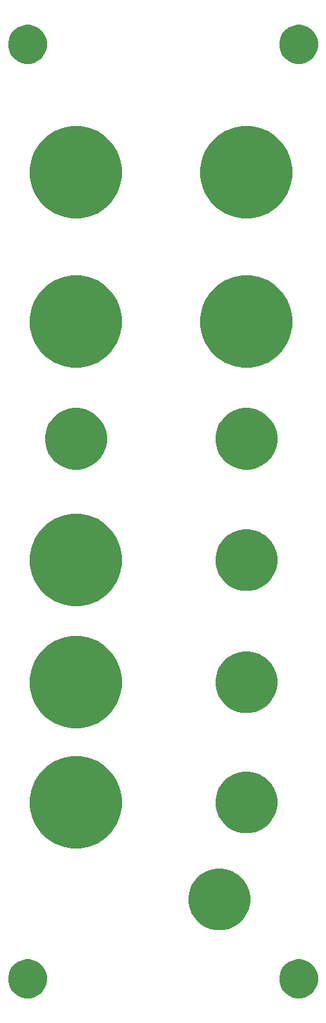
<source format=gbr>
G04 #@! TF.GenerationSoftware,KiCad,Pcbnew,(5.1.4-0-10_14)*
G04 #@! TF.CreationDate,2019-10-08T20:58:50-07:00*
G04 #@! TF.ProjectId,VCF_Front_Panel,5643465f-4672-46f6-9e74-5f50616e656c,rev?*
G04 #@! TF.SameCoordinates,Original*
G04 #@! TF.FileFunction,Soldermask,Top*
G04 #@! TF.FilePolarity,Negative*
%FSLAX46Y46*%
G04 Gerber Fmt 4.6, Leading zero omitted, Abs format (unit mm)*
G04 Created by KiCad (PCBNEW (5.1.4-0-10_14)) date 2019-10-08 20:58:50*
%MOMM*%
%LPD*%
G04 APERTURE LIST*
%ADD10C,0.100000*%
G04 APERTURE END LIST*
D10*
G36*
X102598098Y-162901033D02*
G01*
X103062350Y-163093332D01*
X103062352Y-163093333D01*
X103480168Y-163372509D01*
X103835491Y-163727832D01*
X104114667Y-164145648D01*
X104114668Y-164145650D01*
X104306967Y-164609902D01*
X104405000Y-165102747D01*
X104405000Y-165605253D01*
X104306967Y-166098098D01*
X104114668Y-166562350D01*
X104114667Y-166562352D01*
X103835491Y-166980168D01*
X103480168Y-167335491D01*
X103062352Y-167614667D01*
X103062351Y-167614668D01*
X103062350Y-167614668D01*
X102598098Y-167806967D01*
X102105253Y-167905000D01*
X101602747Y-167905000D01*
X101109902Y-167806967D01*
X100645650Y-167614668D01*
X100645649Y-167614668D01*
X100645648Y-167614667D01*
X100227832Y-167335491D01*
X99872509Y-166980168D01*
X99593333Y-166562352D01*
X99593332Y-166562350D01*
X99401033Y-166098098D01*
X99303000Y-165605253D01*
X99303000Y-165102747D01*
X99401033Y-164609902D01*
X99593332Y-164145650D01*
X99593333Y-164145648D01*
X99872509Y-163727832D01*
X100227832Y-163372509D01*
X100645648Y-163093333D01*
X100645650Y-163093332D01*
X101109902Y-162901033D01*
X101602747Y-162803000D01*
X102105253Y-162803000D01*
X102598098Y-162901033D01*
X102598098Y-162901033D01*
G37*
G36*
X67038098Y-162901033D02*
G01*
X67502350Y-163093332D01*
X67502352Y-163093333D01*
X67920168Y-163372509D01*
X68275491Y-163727832D01*
X68554667Y-164145648D01*
X68554668Y-164145650D01*
X68746967Y-164609902D01*
X68845000Y-165102747D01*
X68845000Y-165605253D01*
X68746967Y-166098098D01*
X68554668Y-166562350D01*
X68554667Y-166562352D01*
X68275491Y-166980168D01*
X67920168Y-167335491D01*
X67502352Y-167614667D01*
X67502351Y-167614668D01*
X67502350Y-167614668D01*
X67038098Y-167806967D01*
X66545253Y-167905000D01*
X66042747Y-167905000D01*
X65549902Y-167806967D01*
X65085650Y-167614668D01*
X65085649Y-167614668D01*
X65085648Y-167614667D01*
X64667832Y-167335491D01*
X64312509Y-166980168D01*
X64033333Y-166562352D01*
X64033332Y-166562350D01*
X63841033Y-166098098D01*
X63743000Y-165605253D01*
X63743000Y-165102747D01*
X63841033Y-164609902D01*
X64033332Y-164145650D01*
X64033333Y-164145648D01*
X64312509Y-163727832D01*
X64667832Y-163372509D01*
X65085648Y-163093333D01*
X65085650Y-163093332D01*
X65549902Y-162901033D01*
X66042747Y-162803000D01*
X66545253Y-162803000D01*
X67038098Y-162901033D01*
X67038098Y-162901033D01*
G37*
G36*
X92621632Y-151044678D02*
G01*
X93358866Y-151350050D01*
X93358868Y-151350051D01*
X93525867Y-151461637D01*
X94022361Y-151793383D01*
X94586617Y-152357639D01*
X95029950Y-153021134D01*
X95335322Y-153758368D01*
X95490999Y-154541010D01*
X95490999Y-155338990D01*
X95335322Y-156121632D01*
X95029950Y-156858866D01*
X94586617Y-157522361D01*
X94022361Y-158086617D01*
X93525867Y-158418363D01*
X93358868Y-158529949D01*
X93358867Y-158529950D01*
X93358866Y-158529950D01*
X92621632Y-158835322D01*
X91838990Y-158990999D01*
X91041010Y-158990999D01*
X90258368Y-158835322D01*
X89521134Y-158529950D01*
X89521133Y-158529950D01*
X89521132Y-158529949D01*
X89354133Y-158418364D01*
X88857639Y-158086617D01*
X88293383Y-157522361D01*
X87850050Y-156858866D01*
X87544678Y-156121632D01*
X87389001Y-155338990D01*
X87389001Y-154541010D01*
X87544678Y-153758368D01*
X87850050Y-153021134D01*
X88293383Y-152357639D01*
X88857639Y-151793383D01*
X89354133Y-151461636D01*
X89521132Y-151350051D01*
X89521134Y-151350050D01*
X90258368Y-151044678D01*
X91041010Y-150889001D01*
X91838990Y-150889001D01*
X92621632Y-151044678D01*
X92621632Y-151044678D01*
G37*
G36*
X74409010Y-136421537D02*
G01*
X74865147Y-136610476D01*
X75510223Y-136877674D01*
X76501287Y-137539882D01*
X77344118Y-138382713D01*
X78006326Y-139373777D01*
X78123905Y-139657639D01*
X78462463Y-140474990D01*
X78694999Y-141644027D01*
X78694999Y-142835973D01*
X78462463Y-144005010D01*
X78273524Y-144461147D01*
X78006326Y-145106223D01*
X77344118Y-146097287D01*
X76501287Y-146940118D01*
X75510223Y-147602326D01*
X74865147Y-147869524D01*
X74409010Y-148058463D01*
X73239973Y-148290999D01*
X72048027Y-148290999D01*
X70878990Y-148058463D01*
X70422853Y-147869524D01*
X69777777Y-147602326D01*
X68786713Y-146940118D01*
X67943882Y-146097287D01*
X67281674Y-145106223D01*
X67014476Y-144461147D01*
X66825537Y-144005010D01*
X66593001Y-142835973D01*
X66593001Y-141644027D01*
X66825537Y-140474990D01*
X67164095Y-139657639D01*
X67281674Y-139373777D01*
X67943882Y-138382713D01*
X68786713Y-137539882D01*
X69777777Y-136877674D01*
X70422853Y-136610476D01*
X70878990Y-136421537D01*
X72048027Y-136189001D01*
X73239973Y-136189001D01*
X74409010Y-136421537D01*
X74409010Y-136421537D01*
G37*
G36*
X96177632Y-138344678D02*
G01*
X96914866Y-138650050D01*
X96914868Y-138650051D01*
X97081867Y-138761636D01*
X97578361Y-139093383D01*
X98142617Y-139657639D01*
X98585950Y-140321134D01*
X98891322Y-141058368D01*
X99046999Y-141841010D01*
X99046999Y-142638990D01*
X98891322Y-143421632D01*
X98585950Y-144158866D01*
X98142617Y-144822361D01*
X97578361Y-145386617D01*
X97081867Y-145718363D01*
X96914868Y-145829949D01*
X96914867Y-145829950D01*
X96914866Y-145829950D01*
X96177632Y-146135322D01*
X95394990Y-146290999D01*
X94597010Y-146290999D01*
X93814368Y-146135322D01*
X93077134Y-145829950D01*
X93077133Y-145829950D01*
X93077132Y-145829949D01*
X92910133Y-145718363D01*
X92413639Y-145386617D01*
X91849383Y-144822361D01*
X91406050Y-144158866D01*
X91100678Y-143421632D01*
X90945001Y-142638990D01*
X90945001Y-141841010D01*
X91100678Y-141058368D01*
X91406050Y-140321134D01*
X91849383Y-139657639D01*
X92413639Y-139093383D01*
X92910133Y-138761637D01*
X93077132Y-138650051D01*
X93077134Y-138650050D01*
X93814368Y-138344678D01*
X94597010Y-138189001D01*
X95394990Y-138189001D01*
X96177632Y-138344678D01*
X96177632Y-138344678D01*
G37*
G36*
X74409010Y-120673537D02*
G01*
X74865147Y-120862476D01*
X75510223Y-121129674D01*
X76501287Y-121791882D01*
X77344118Y-122634713D01*
X78006326Y-123625777D01*
X78123905Y-123909639D01*
X78462463Y-124726990D01*
X78694999Y-125896027D01*
X78694999Y-127087973D01*
X78462463Y-128257010D01*
X78273524Y-128713147D01*
X78006326Y-129358223D01*
X77344118Y-130349287D01*
X76501287Y-131192118D01*
X75510223Y-131854326D01*
X74865147Y-132121524D01*
X74409010Y-132310463D01*
X73239973Y-132542999D01*
X72048027Y-132542999D01*
X70878990Y-132310463D01*
X70422853Y-132121524D01*
X69777777Y-131854326D01*
X68786713Y-131192118D01*
X67943882Y-130349287D01*
X67281674Y-129358223D01*
X67014476Y-128713147D01*
X66825537Y-128257010D01*
X66593001Y-127087973D01*
X66593001Y-125896027D01*
X66825537Y-124726990D01*
X67164095Y-123909639D01*
X67281674Y-123625777D01*
X67943882Y-122634713D01*
X68786713Y-121791882D01*
X69777777Y-121129674D01*
X70422853Y-120862476D01*
X70878990Y-120673537D01*
X72048027Y-120441001D01*
X73239973Y-120441001D01*
X74409010Y-120673537D01*
X74409010Y-120673537D01*
G37*
G36*
X96177632Y-122596678D02*
G01*
X96914866Y-122902050D01*
X96914868Y-122902051D01*
X97081867Y-123013637D01*
X97578361Y-123345383D01*
X98142617Y-123909639D01*
X98585950Y-124573134D01*
X98891322Y-125310368D01*
X99046999Y-126093010D01*
X99046999Y-126890990D01*
X98891322Y-127673632D01*
X98585950Y-128410866D01*
X98142617Y-129074361D01*
X97578361Y-129638617D01*
X97081867Y-129970364D01*
X96914868Y-130081949D01*
X96914867Y-130081950D01*
X96914866Y-130081950D01*
X96177632Y-130387322D01*
X95394990Y-130542999D01*
X94597010Y-130542999D01*
X93814368Y-130387322D01*
X93077134Y-130081950D01*
X93077133Y-130081950D01*
X93077132Y-130081949D01*
X92910133Y-129970364D01*
X92413639Y-129638617D01*
X91849383Y-129074361D01*
X91406050Y-128410866D01*
X91100678Y-127673632D01*
X90945001Y-126890990D01*
X90945001Y-126093010D01*
X91100678Y-125310368D01*
X91406050Y-124573134D01*
X91849383Y-123909639D01*
X92413639Y-123345383D01*
X92910133Y-123013637D01*
X93077132Y-122902051D01*
X93077134Y-122902050D01*
X93814368Y-122596678D01*
X94597010Y-122441001D01*
X95394990Y-122441001D01*
X96177632Y-122596678D01*
X96177632Y-122596678D01*
G37*
G36*
X74409010Y-104671537D02*
G01*
X74865147Y-104860476D01*
X75510223Y-105127674D01*
X76501287Y-105789882D01*
X77344118Y-106632713D01*
X78006326Y-107623777D01*
X78123905Y-107907639D01*
X78462463Y-108724990D01*
X78694999Y-109894027D01*
X78694999Y-111085973D01*
X78462463Y-112255010D01*
X78273524Y-112711147D01*
X78006326Y-113356223D01*
X77344118Y-114347287D01*
X76501287Y-115190118D01*
X75510223Y-115852326D01*
X74865147Y-116119524D01*
X74409010Y-116308463D01*
X73239973Y-116540999D01*
X72048027Y-116540999D01*
X70878990Y-116308463D01*
X70422853Y-116119524D01*
X69777777Y-115852326D01*
X68786713Y-115190118D01*
X67943882Y-114347287D01*
X67281674Y-113356223D01*
X67014476Y-112711147D01*
X66825537Y-112255010D01*
X66593001Y-111085973D01*
X66593001Y-109894027D01*
X66825537Y-108724990D01*
X67164095Y-107907639D01*
X67281674Y-107623777D01*
X67943882Y-106632713D01*
X68786713Y-105789882D01*
X69777777Y-105127674D01*
X70422853Y-104860476D01*
X70878990Y-104671537D01*
X72048027Y-104439001D01*
X73239973Y-104439001D01*
X74409010Y-104671537D01*
X74409010Y-104671537D01*
G37*
G36*
X96177632Y-106594678D02*
G01*
X96914866Y-106900050D01*
X96914868Y-106900051D01*
X97081867Y-107011637D01*
X97578361Y-107343383D01*
X98142617Y-107907639D01*
X98585950Y-108571134D01*
X98891322Y-109308368D01*
X99046999Y-110091010D01*
X99046999Y-110888990D01*
X98891322Y-111671632D01*
X98585950Y-112408866D01*
X98142617Y-113072361D01*
X97578361Y-113636617D01*
X97081867Y-113968363D01*
X96914868Y-114079949D01*
X96914867Y-114079950D01*
X96914866Y-114079950D01*
X96177632Y-114385322D01*
X95394990Y-114540999D01*
X94597010Y-114540999D01*
X93814368Y-114385322D01*
X93077134Y-114079950D01*
X93077133Y-114079950D01*
X93077132Y-114079949D01*
X92910133Y-113968363D01*
X92413639Y-113636617D01*
X91849383Y-113072361D01*
X91406050Y-112408866D01*
X91100678Y-111671632D01*
X90945001Y-110888990D01*
X90945001Y-110091010D01*
X91100678Y-109308368D01*
X91406050Y-108571134D01*
X91849383Y-107907639D01*
X92413639Y-107343383D01*
X92910133Y-107011637D01*
X93077132Y-106900051D01*
X93077134Y-106900050D01*
X93814368Y-106594678D01*
X94597010Y-106439001D01*
X95394990Y-106439001D01*
X96177632Y-106594678D01*
X96177632Y-106594678D01*
G37*
G36*
X96177632Y-90719678D02*
G01*
X96914866Y-91025050D01*
X96914868Y-91025051D01*
X97081867Y-91136636D01*
X97578361Y-91468383D01*
X98142617Y-92032639D01*
X98585950Y-92696134D01*
X98891322Y-93433368D01*
X99046999Y-94216010D01*
X99046999Y-95013990D01*
X98891322Y-95796632D01*
X98585950Y-96533866D01*
X98142617Y-97197361D01*
X97578361Y-97761617D01*
X97081867Y-98093363D01*
X96914868Y-98204949D01*
X96914867Y-98204950D01*
X96914866Y-98204950D01*
X96177632Y-98510322D01*
X95394990Y-98665999D01*
X94597010Y-98665999D01*
X93814368Y-98510322D01*
X93077134Y-98204950D01*
X93077133Y-98204950D01*
X93077132Y-98204949D01*
X92910133Y-98093363D01*
X92413639Y-97761617D01*
X91849383Y-97197361D01*
X91406050Y-96533866D01*
X91100678Y-95796632D01*
X90945001Y-95013990D01*
X90945001Y-94216010D01*
X91100678Y-93433368D01*
X91406050Y-92696134D01*
X91849383Y-92032639D01*
X92413639Y-91468383D01*
X92910133Y-91136636D01*
X93077132Y-91025051D01*
X93077134Y-91025050D01*
X93814368Y-90719678D01*
X94597010Y-90564001D01*
X95394990Y-90564001D01*
X96177632Y-90719678D01*
X96177632Y-90719678D01*
G37*
G36*
X73825632Y-90719678D02*
G01*
X74562866Y-91025050D01*
X74562868Y-91025051D01*
X74729867Y-91136636D01*
X75226361Y-91468383D01*
X75790617Y-92032639D01*
X76233950Y-92696134D01*
X76539322Y-93433368D01*
X76694999Y-94216010D01*
X76694999Y-95013990D01*
X76539322Y-95796632D01*
X76233950Y-96533866D01*
X75790617Y-97197361D01*
X75226361Y-97761617D01*
X74729867Y-98093363D01*
X74562868Y-98204949D01*
X74562867Y-98204950D01*
X74562866Y-98204950D01*
X73825632Y-98510322D01*
X73042990Y-98665999D01*
X72245010Y-98665999D01*
X71462368Y-98510322D01*
X70725134Y-98204950D01*
X70725133Y-98204950D01*
X70725132Y-98204949D01*
X70558133Y-98093363D01*
X70061639Y-97761617D01*
X69497383Y-97197361D01*
X69054050Y-96533866D01*
X68748678Y-95796632D01*
X68593001Y-95013990D01*
X68593001Y-94216010D01*
X68748678Y-93433368D01*
X69054050Y-92696134D01*
X69497383Y-92032639D01*
X70061639Y-91468383D01*
X70558133Y-91136636D01*
X70725132Y-91025051D01*
X70725134Y-91025050D01*
X71462368Y-90719678D01*
X72245010Y-90564001D01*
X73042990Y-90564001D01*
X73825632Y-90719678D01*
X73825632Y-90719678D01*
G37*
G36*
X96761010Y-73429537D02*
G01*
X97217147Y-73618476D01*
X97862223Y-73885674D01*
X98853287Y-74547882D01*
X99696118Y-75390713D01*
X100358326Y-76381777D01*
X100625524Y-77026853D01*
X100814463Y-77482990D01*
X101046999Y-78652027D01*
X101046999Y-79843973D01*
X100814463Y-81013010D01*
X100625524Y-81469147D01*
X100358326Y-82114223D01*
X99696118Y-83105287D01*
X98853287Y-83948118D01*
X97862223Y-84610326D01*
X97217147Y-84877524D01*
X96761010Y-85066463D01*
X95591973Y-85298999D01*
X94400027Y-85298999D01*
X93230990Y-85066463D01*
X92774853Y-84877524D01*
X92129777Y-84610326D01*
X91138713Y-83948118D01*
X90295882Y-83105287D01*
X89633674Y-82114223D01*
X89366476Y-81469147D01*
X89177537Y-81013010D01*
X88945001Y-79843973D01*
X88945001Y-78652027D01*
X89177537Y-77482990D01*
X89366476Y-77026853D01*
X89633674Y-76381777D01*
X90295882Y-75390713D01*
X91138713Y-74547882D01*
X92129777Y-73885674D01*
X92774853Y-73618476D01*
X93230990Y-73429537D01*
X94400027Y-73197001D01*
X95591973Y-73197001D01*
X96761010Y-73429537D01*
X96761010Y-73429537D01*
G37*
G36*
X74409010Y-73429537D02*
G01*
X74865147Y-73618476D01*
X75510223Y-73885674D01*
X76501287Y-74547882D01*
X77344118Y-75390713D01*
X78006326Y-76381777D01*
X78273524Y-77026853D01*
X78462463Y-77482990D01*
X78694999Y-78652027D01*
X78694999Y-79843973D01*
X78462463Y-81013010D01*
X78273524Y-81469147D01*
X78006326Y-82114223D01*
X77344118Y-83105287D01*
X76501287Y-83948118D01*
X75510223Y-84610326D01*
X74865147Y-84877524D01*
X74409010Y-85066463D01*
X73239973Y-85298999D01*
X72048027Y-85298999D01*
X70878990Y-85066463D01*
X70422853Y-84877524D01*
X69777777Y-84610326D01*
X68786713Y-83948118D01*
X67943882Y-83105287D01*
X67281674Y-82114223D01*
X67014476Y-81469147D01*
X66825537Y-81013010D01*
X66593001Y-79843973D01*
X66593001Y-78652027D01*
X66825537Y-77482990D01*
X67014476Y-77026853D01*
X67281674Y-76381777D01*
X67943882Y-75390713D01*
X68786713Y-74547882D01*
X69777777Y-73885674D01*
X70422853Y-73618476D01*
X70878990Y-73429537D01*
X72048027Y-73197001D01*
X73239973Y-73197001D01*
X74409010Y-73429537D01*
X74409010Y-73429537D01*
G37*
G36*
X96761010Y-53871537D02*
G01*
X97217147Y-54060476D01*
X97862223Y-54327674D01*
X98853287Y-54989882D01*
X99696118Y-55832713D01*
X100358326Y-56823777D01*
X100625524Y-57468853D01*
X100814463Y-57924990D01*
X101046999Y-59094027D01*
X101046999Y-60285973D01*
X100814463Y-61455010D01*
X100625524Y-61911147D01*
X100358326Y-62556223D01*
X99696118Y-63547287D01*
X98853287Y-64390118D01*
X97862223Y-65052326D01*
X97217147Y-65319524D01*
X96761010Y-65508463D01*
X95591973Y-65740999D01*
X94400027Y-65740999D01*
X93230990Y-65508463D01*
X92774853Y-65319524D01*
X92129777Y-65052326D01*
X91138713Y-64390118D01*
X90295882Y-63547287D01*
X89633674Y-62556223D01*
X89366476Y-61911147D01*
X89177537Y-61455010D01*
X88945001Y-60285973D01*
X88945001Y-59094027D01*
X89177537Y-57924990D01*
X89366476Y-57468853D01*
X89633674Y-56823777D01*
X90295882Y-55832713D01*
X91138713Y-54989882D01*
X92129777Y-54327674D01*
X92774853Y-54060476D01*
X93230990Y-53871537D01*
X94400027Y-53639001D01*
X95591973Y-53639001D01*
X96761010Y-53871537D01*
X96761010Y-53871537D01*
G37*
G36*
X74409010Y-53871537D02*
G01*
X74865147Y-54060476D01*
X75510223Y-54327674D01*
X76501287Y-54989882D01*
X77344118Y-55832713D01*
X78006326Y-56823777D01*
X78273524Y-57468853D01*
X78462463Y-57924990D01*
X78694999Y-59094027D01*
X78694999Y-60285973D01*
X78462463Y-61455010D01*
X78273524Y-61911147D01*
X78006326Y-62556223D01*
X77344118Y-63547287D01*
X76501287Y-64390118D01*
X75510223Y-65052326D01*
X74865147Y-65319524D01*
X74409010Y-65508463D01*
X73239973Y-65740999D01*
X72048027Y-65740999D01*
X70878990Y-65508463D01*
X70422853Y-65319524D01*
X69777777Y-65052326D01*
X68786713Y-64390118D01*
X67943882Y-63547287D01*
X67281674Y-62556223D01*
X67014476Y-61911147D01*
X66825537Y-61455010D01*
X66593001Y-60285973D01*
X66593001Y-59094027D01*
X66825537Y-57924990D01*
X67014476Y-57468853D01*
X67281674Y-56823777D01*
X67943882Y-55832713D01*
X68786713Y-54989882D01*
X69777777Y-54327674D01*
X70422853Y-54060476D01*
X70878990Y-53871537D01*
X72048027Y-53639001D01*
X73239973Y-53639001D01*
X74409010Y-53871537D01*
X74409010Y-53871537D01*
G37*
G36*
X102598098Y-40473033D02*
G01*
X103062350Y-40665332D01*
X103062352Y-40665333D01*
X103480168Y-40944509D01*
X103835491Y-41299832D01*
X104114667Y-41717648D01*
X104114668Y-41717650D01*
X104306967Y-42181902D01*
X104405000Y-42674747D01*
X104405000Y-43177253D01*
X104306967Y-43670098D01*
X104114668Y-44134350D01*
X104114667Y-44134352D01*
X103835491Y-44552168D01*
X103480168Y-44907491D01*
X103062352Y-45186667D01*
X103062351Y-45186668D01*
X103062350Y-45186668D01*
X102598098Y-45378967D01*
X102105253Y-45477000D01*
X101602747Y-45477000D01*
X101109902Y-45378967D01*
X100645650Y-45186668D01*
X100645649Y-45186668D01*
X100645648Y-45186667D01*
X100227832Y-44907491D01*
X99872509Y-44552168D01*
X99593333Y-44134352D01*
X99593332Y-44134350D01*
X99401033Y-43670098D01*
X99303000Y-43177253D01*
X99303000Y-42674747D01*
X99401033Y-42181902D01*
X99593332Y-41717650D01*
X99593333Y-41717648D01*
X99872509Y-41299832D01*
X100227832Y-40944509D01*
X100645648Y-40665333D01*
X100645650Y-40665332D01*
X101109902Y-40473033D01*
X101602747Y-40375000D01*
X102105253Y-40375000D01*
X102598098Y-40473033D01*
X102598098Y-40473033D01*
G37*
G36*
X67038098Y-40473033D02*
G01*
X67502350Y-40665332D01*
X67502352Y-40665333D01*
X67920168Y-40944509D01*
X68275491Y-41299832D01*
X68554667Y-41717648D01*
X68554668Y-41717650D01*
X68746967Y-42181902D01*
X68845000Y-42674747D01*
X68845000Y-43177253D01*
X68746967Y-43670098D01*
X68554668Y-44134350D01*
X68554667Y-44134352D01*
X68275491Y-44552168D01*
X67920168Y-44907491D01*
X67502352Y-45186667D01*
X67502351Y-45186668D01*
X67502350Y-45186668D01*
X67038098Y-45378967D01*
X66545253Y-45477000D01*
X66042747Y-45477000D01*
X65549902Y-45378967D01*
X65085650Y-45186668D01*
X65085649Y-45186668D01*
X65085648Y-45186667D01*
X64667832Y-44907491D01*
X64312509Y-44552168D01*
X64033333Y-44134352D01*
X64033332Y-44134350D01*
X63841033Y-43670098D01*
X63743000Y-43177253D01*
X63743000Y-42674747D01*
X63841033Y-42181902D01*
X64033332Y-41717650D01*
X64033333Y-41717648D01*
X64312509Y-41299832D01*
X64667832Y-40944509D01*
X65085648Y-40665333D01*
X65085650Y-40665332D01*
X65549902Y-40473033D01*
X66042747Y-40375000D01*
X66545253Y-40375000D01*
X67038098Y-40473033D01*
X67038098Y-40473033D01*
G37*
M02*

</source>
